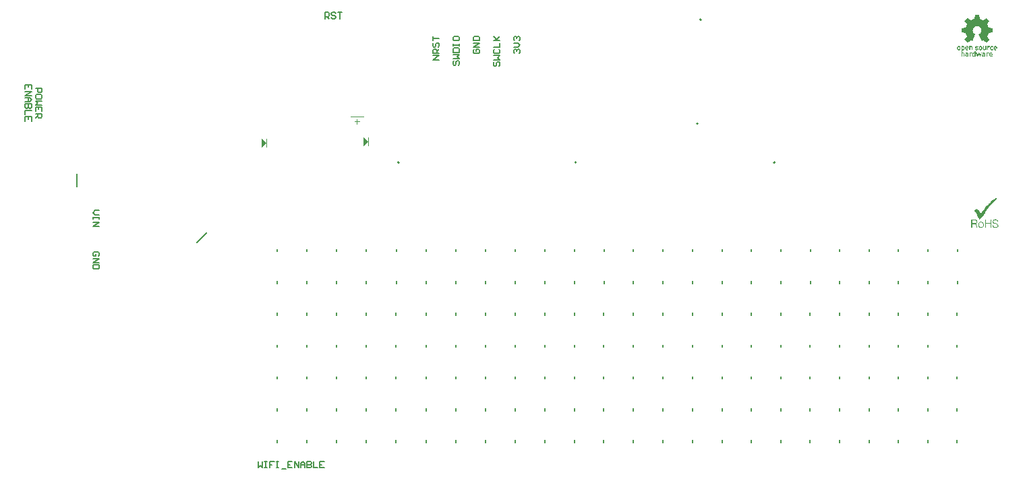
<source format=gto>
G04*
G04 #@! TF.GenerationSoftware,Altium Limited,Altium Designer,22.7.1 (60)*
G04*
G04 Layer_Color=65535*
%FSLAX25Y25*%
%MOIN*%
G70*
G04*
G04 #@! TF.SameCoordinates,EB09720E-E5E6-4C8F-983A-54733B733D7F*
G04*
G04*
G04 #@! TF.FilePolarity,Positive*
G04*
G01*
G75*
%ADD10C,0.00787*%
%ADD11C,0.00394*%
G36*
X123721Y165354D02*
X121358Y162992D01*
Y167717D01*
X123721Y165354D01*
D02*
G37*
G36*
X173913Y166067D02*
X171551Y163705D01*
Y168429D01*
X173913Y166067D01*
D02*
G37*
G36*
X484445Y138126D02*
X484481Y138053D01*
X484554Y137944D01*
X484590Y137908D01*
X484627Y137871D01*
X484663Y137835D01*
Y137798D01*
X484554Y137725D01*
X484481Y137616D01*
X484335Y137507D01*
X484153Y137324D01*
X483898Y137069D01*
X483861Y137033D01*
X483752Y136960D01*
X483606Y136814D01*
X483424Y136595D01*
X482950Y136121D01*
X482403Y135575D01*
Y135538D01*
X482331Y135502D01*
X482112Y135283D01*
X481820Y134919D01*
X481419Y134481D01*
X480945Y133934D01*
X480472Y133315D01*
X479961Y132622D01*
X479451Y131893D01*
Y131857D01*
X479415Y131820D01*
X479342Y131711D01*
X479232Y131565D01*
X479013Y131201D01*
X478758Y130763D01*
X478467Y130253D01*
X478175Y129743D01*
X477884Y129196D01*
X477665Y128686D01*
X475952Y127374D01*
Y127410D01*
X475915Y127483D01*
X475842Y127629D01*
X475733Y127884D01*
X475660Y128066D01*
X475551Y128285D01*
X475441Y128503D01*
X475332Y128795D01*
X475186Y129123D01*
X475004Y129488D01*
Y129524D01*
X474968Y129597D01*
X474931Y129670D01*
X474858Y129816D01*
X474676Y130180D01*
X474457Y130545D01*
X474166Y130946D01*
X473911Y131274D01*
X473765Y131419D01*
X473619Y131492D01*
X473473Y131565D01*
X473327D01*
X473400Y131638D01*
X473473Y131711D01*
X473583Y131820D01*
X473728Y131966D01*
X473947Y132148D01*
X473983Y132185D01*
X474056Y132221D01*
X474166Y132331D01*
X474311Y132440D01*
X474457Y132513D01*
X474640Y132586D01*
X474822Y132622D01*
X474968Y132586D01*
X475040Y132549D01*
X475186Y132476D01*
X475368Y132331D01*
X475587Y132112D01*
X475624Y132076D01*
X475660Y132003D01*
X475733Y131857D01*
X475842Y131675D01*
X476097Y131274D01*
X476316Y130800D01*
Y130763D01*
X476353Y130727D01*
X476462Y130508D01*
X476571Y130326D01*
X476608Y130253D01*
Y130217D01*
X476644Y130253D01*
X476681Y130289D01*
X476754Y130399D01*
X476863Y130617D01*
X477082Y130873D01*
X477337Y131274D01*
X477519Y131492D01*
X477701Y131784D01*
Y131820D01*
X477738Y131857D01*
X477920Y132076D01*
X478139Y132367D01*
X478467Y132805D01*
X478868Y133315D01*
X479378Y133862D01*
X479925Y134481D01*
X480508Y135137D01*
X480544Y135174D01*
X480581Y135210D01*
X480800Y135429D01*
X481128Y135757D01*
X481565Y136121D01*
X482039Y136559D01*
X482622Y137033D01*
X483205Y137470D01*
X483825Y137871D01*
X483861D01*
X483898Y137908D01*
X484007Y137980D01*
X484044Y138017D01*
X484153Y138053D01*
X484299Y138126D01*
X484445Y138163D01*
Y138126D01*
D02*
G37*
G36*
X484299Y127483D02*
X484627Y127374D01*
X484918Y127155D01*
X484991Y127118D01*
X485101Y126936D01*
X485210Y126681D01*
X485283Y126280D01*
X484918D01*
Y126316D01*
Y126353D01*
X484882Y126499D01*
X484809Y126717D01*
X484663Y126936D01*
X484627Y126972D01*
X484481Y127045D01*
X484262Y127118D01*
X483934Y127155D01*
X483679D01*
X483460Y127082D01*
X483242Y127009D01*
X483205Y126972D01*
X483132Y126863D01*
X483060Y126645D01*
X483023Y126389D01*
Y126353D01*
X483060Y126243D01*
X483096Y126098D01*
X483169Y125952D01*
X483205Y125916D01*
X483315Y125879D01*
X483460Y125806D01*
X483679Y125733D01*
X484153Y125587D01*
X484189D01*
X484262Y125551D01*
X484372Y125514D01*
X484517Y125478D01*
X484845Y125332D01*
X485101Y125150D01*
X485137Y125077D01*
X485283Y124931D01*
X485392Y124713D01*
X485429Y124421D01*
Y124385D01*
Y124348D01*
X485392Y124129D01*
X485283Y123838D01*
X485064Y123583D01*
X484991Y123546D01*
X484809Y123437D01*
X484481Y123291D01*
X484044Y123255D01*
X483934D01*
X483788Y123291D01*
X483643D01*
X483278Y123400D01*
X482914Y123619D01*
X482841Y123692D01*
X482731Y123874D01*
X482622Y124166D01*
X482549Y124567D01*
Y124603D01*
X482914D01*
Y124567D01*
Y124530D01*
X482950Y124348D01*
X483023Y124093D01*
X483205Y123874D01*
X483278Y123838D01*
X483424Y123729D01*
X483716Y123619D01*
X484044Y123583D01*
X484117D01*
X484299Y123619D01*
X484517Y123692D01*
X484773Y123801D01*
X484809Y123838D01*
X484918Y123947D01*
X485028Y124129D01*
X485064Y124385D01*
Y124458D01*
X485028Y124567D01*
X484991Y124749D01*
X484882Y124895D01*
X484845Y124931D01*
X484700Y125004D01*
X484445Y125114D01*
X484080Y125223D01*
X483716Y125332D01*
X483679D01*
X483606Y125369D01*
X483351Y125442D01*
X483060Y125551D01*
X482950Y125660D01*
X482841Y125733D01*
X482804Y125770D01*
X482731Y125916D01*
X482658Y126134D01*
X482622Y126426D01*
Y126462D01*
Y126499D01*
X482658Y126717D01*
X482768Y126936D01*
X482987Y127191D01*
X483023D01*
X483060Y127228D01*
X483242Y127374D01*
X483570Y127483D01*
X483934Y127519D01*
X484153D01*
X484299Y127483D01*
D02*
G37*
G36*
X481820Y123364D02*
X481456D01*
Y125296D01*
X479159D01*
Y123364D01*
X478795D01*
Y127410D01*
X479159D01*
Y125660D01*
X481456D01*
Y127410D01*
X481820D01*
Y123364D01*
D02*
G37*
G36*
X473983Y127374D02*
X474093D01*
X474202Y127337D01*
X474311Y127301D01*
X474421Y127228D01*
X474457Y127191D01*
X474567Y127118D01*
X474676Y127009D01*
X474785Y126863D01*
X474822Y126827D01*
X474858Y126717D01*
X474895Y126572D01*
X474931Y126353D01*
Y126280D01*
X474895Y126134D01*
X474858Y125916D01*
X474749Y125697D01*
X474712Y125660D01*
X474603Y125551D01*
X474457Y125442D01*
X474275Y125332D01*
X474311D01*
X474421Y125296D01*
X474640Y125114D01*
Y125077D01*
X474676Y124968D01*
X474712Y124749D01*
X474749Y124421D01*
X474822Y123801D01*
Y123765D01*
Y123656D01*
X474858Y123619D01*
Y123583D01*
X474895Y123510D01*
X474968Y123437D01*
Y123364D01*
X474530D01*
Y123400D01*
Y123473D01*
X474494Y123546D01*
Y123583D01*
X474457Y123656D01*
Y123692D01*
Y123801D01*
X474421Y124312D01*
Y124348D01*
Y124385D01*
X474384Y124603D01*
X474311Y124858D01*
X474202Y125041D01*
X474166Y125077D01*
X474093Y125114D01*
X473911Y125150D01*
X472416D01*
Y123364D01*
X472052D01*
Y127410D01*
X473911D01*
X473983Y127374D01*
D02*
G37*
G36*
X477009Y126316D02*
X477155D01*
X477483Y126171D01*
X477628Y126098D01*
X477774Y125952D01*
Y125916D01*
X477811Y125879D01*
X477884Y125770D01*
X477956Y125660D01*
X478066Y125296D01*
X478102Y124822D01*
Y124785D01*
Y124713D01*
Y124567D01*
X478066Y124421D01*
X477956Y124056D01*
X477774Y123692D01*
X477701Y123619D01*
X477519Y123510D01*
X477191Y123364D01*
X477009Y123328D01*
X476790Y123291D01*
X476681D01*
X476571Y123328D01*
X476426D01*
X476097Y123473D01*
X475952Y123546D01*
X475806Y123692D01*
Y123729D01*
X475733Y123765D01*
X475624Y123984D01*
X475514Y124348D01*
X475441Y124822D01*
Y124858D01*
Y124931D01*
X475478Y125077D01*
Y125223D01*
X475587Y125624D01*
X475806Y125952D01*
Y125988D01*
X475879Y126025D01*
X476061Y126171D01*
X476353Y126280D01*
X476571Y126353D01*
X476899D01*
X477009Y126316D01*
D02*
G37*
G36*
X475922Y228659D02*
Y228586D01*
X476323Y226654D01*
Y226618D01*
X476360Y226581D01*
X476396Y226545D01*
X477708Y225998D01*
X477818D01*
X479458Y227164D01*
X479531D01*
X479604Y227128D01*
X480989Y225779D01*
Y225743D01*
Y225706D01*
Y225670D01*
Y225634D01*
X479895Y223993D01*
Y223920D01*
Y223884D01*
Y223848D01*
X480478Y222499D01*
Y222462D01*
X480515Y222426D01*
X480588D01*
X482447Y222098D01*
X482483D01*
X482520Y222061D01*
Y221989D01*
Y220057D01*
Y220020D01*
X482483Y219984D01*
X482447Y219947D01*
X480624Y219583D01*
X480588D01*
X480551Y219546D01*
Y219474D01*
X479932Y218052D01*
Y218016D01*
Y217979D01*
Y217943D01*
Y217906D01*
X480989Y216375D01*
Y216302D01*
Y216266D01*
X479604Y214881D01*
X479567Y214844D01*
X479531D01*
X479458Y214881D01*
X477963Y215901D01*
X477818D01*
X477198Y215537D01*
X477125D01*
X477089Y215573D01*
X475703Y218890D01*
Y218927D01*
X475740Y219036D01*
X475922Y219109D01*
X475959Y219145D01*
X475995Y219182D01*
X476031Y219218D01*
X476068Y219255D01*
X476177Y219328D01*
X476360Y219474D01*
X476542Y219656D01*
X476688Y219911D01*
X476870Y220202D01*
X476979Y220567D01*
X477016Y220968D01*
Y221004D01*
Y221114D01*
X476979Y221296D01*
X476943Y221515D01*
X476870Y221733D01*
X476760Y221989D01*
X476615Y222244D01*
X476396Y222499D01*
X476360Y222535D01*
X476287Y222608D01*
X476141Y222717D01*
X475959Y222827D01*
X475740Y222936D01*
X475485Y223046D01*
X475193Y223118D01*
X474865Y223155D01*
X474719D01*
X474537Y223118D01*
X474355Y223082D01*
X474100Y223009D01*
X473844Y222863D01*
X473589Y222717D01*
X473334Y222499D01*
X473298Y222462D01*
X473225Y222390D01*
X473152Y222244D01*
X473043Y222061D01*
X472897Y221843D01*
X472824Y221588D01*
X472751Y221296D01*
X472715Y220968D01*
Y220932D01*
Y220786D01*
X472751Y220567D01*
X472824Y220312D01*
X472970Y220020D01*
X473115Y219729D01*
X473371Y219474D01*
X473699Y219218D01*
X473735Y219182D01*
X473772Y219145D01*
X473808D01*
Y219109D01*
X473990Y219036D01*
X474027Y219000D01*
Y218890D01*
X472678Y215573D01*
X472642D01*
X472532Y215537D01*
X471876Y215901D01*
X471767D01*
X470272Y214881D01*
X470236Y214844D01*
X470199D01*
X470127Y214881D01*
X468705Y216266D01*
Y216302D01*
Y216339D01*
Y216375D01*
X469799Y217906D01*
Y217943D01*
Y217979D01*
Y218016D01*
Y218052D01*
X469179Y219474D01*
Y219510D01*
Y219546D01*
X469142Y219583D01*
X469106D01*
X467283Y219947D01*
X467247D01*
X467211Y219984D01*
Y220057D01*
Y221989D01*
Y222025D01*
Y222061D01*
X467247Y222098D01*
X467283D01*
X469142Y222426D01*
X469179D01*
X469288Y222499D01*
X469835Y223848D01*
Y223884D01*
Y223920D01*
Y223957D01*
Y223993D01*
X468705Y225634D01*
Y225670D01*
Y225706D01*
Y225743D01*
Y225779D01*
X470127Y227128D01*
X470163Y227164D01*
X470272D01*
X471876Y225998D01*
X472022D01*
X473334Y226545D01*
X473371D01*
X473407Y226581D01*
Y226654D01*
X473808Y228586D01*
Y228622D01*
Y228659D01*
X473844Y228695D01*
X475886D01*
X475922Y228659D01*
D02*
G37*
G36*
X481171Y213204D02*
X481317Y213131D01*
X480989Y212730D01*
Y212767D01*
X480916Y212803D01*
X480843Y212840D01*
X480770Y212876D01*
X480697D01*
X480588Y212840D01*
X480442Y212694D01*
X480406Y212584D01*
X480369Y212439D01*
Y211199D01*
X479932D01*
Y213277D01*
X480369D01*
Y213022D01*
X480406Y213058D01*
X480478Y213168D01*
X480661Y213241D01*
X480916Y213277D01*
X481025D01*
X481171Y213204D01*
D02*
G37*
G36*
X472350D02*
X472459Y213095D01*
X472569Y212985D01*
X472642Y212803D01*
X472678Y212548D01*
Y211199D01*
X472277D01*
Y212439D01*
Y212475D01*
Y212511D01*
X472241Y212657D01*
X472095Y212803D01*
X471986Y212876D01*
X471767D01*
X471658Y212840D01*
X471512Y212694D01*
X471475Y212584D01*
X471439Y212439D01*
Y211199D01*
X471001D01*
Y213277D01*
X471439D01*
Y213022D01*
X471475Y213058D01*
X471548Y213168D01*
X471730Y213241D01*
X471986Y213277D01*
X472095D01*
X472350Y213204D01*
D02*
G37*
G36*
X468158Y213241D02*
X468377Y213168D01*
X468559Y213022D01*
X468596Y212985D01*
X468632Y212840D01*
X468669Y212584D01*
Y212220D01*
Y212183D01*
Y212111D01*
Y211892D01*
X468632Y211637D01*
X468596Y211527D01*
X468559Y211455D01*
X468523Y211418D01*
X468377Y211309D01*
X468195Y211199D01*
X467976Y211163D01*
X467940D01*
X467830Y211199D01*
X467648Y211272D01*
X467429Y211382D01*
Y209778D01*
X467466Y209814D01*
X467539Y209887D01*
X467721Y209960D01*
X467976Y209997D01*
X468085D01*
X468341Y209924D01*
X468450Y209814D01*
X468559Y209705D01*
X468632Y209523D01*
X468669Y209304D01*
Y207955D01*
X468268D01*
Y209158D01*
Y209195D01*
Y209231D01*
X468231Y209413D01*
X468085Y209559D01*
X467976Y209595D01*
X467830Y209632D01*
X467757D01*
X467648Y209559D01*
X467502Y209450D01*
X467466Y209304D01*
X467429Y209158D01*
Y207955D01*
X467065D01*
Y213277D01*
X467429D01*
Y213022D01*
X467466Y213058D01*
X467575Y213168D01*
X467757Y213241D01*
X467976Y213277D01*
X468049D01*
X468158Y213241D01*
D02*
G37*
G36*
X474974D02*
X475230Y213168D01*
X475485Y212985D01*
X475230Y212694D01*
X475157Y212730D01*
X475011Y212803D01*
X474829Y212840D01*
X474683Y212876D01*
X474610D01*
X474501Y212840D01*
X474391Y212803D01*
X474318Y212657D01*
Y212621D01*
X474355Y212584D01*
X474428Y212511D01*
X474574Y212475D01*
X474974Y212439D01*
X475011D01*
X475084Y212402D01*
X475266Y212329D01*
X475485Y212147D01*
X475521Y212001D01*
X475558Y211819D01*
Y211783D01*
Y211710D01*
X475521Y211600D01*
X475448Y211491D01*
X475339Y211382D01*
X475193Y211272D01*
X474974Y211199D01*
X474683Y211163D01*
X474610D01*
X474391Y211199D01*
X474100Y211309D01*
X473808Y211527D01*
X474063Y211819D01*
X474100Y211783D01*
X474246Y211673D01*
X474464Y211564D01*
X474719Y211527D01*
X474792D01*
X474938Y211564D01*
X475084Y211637D01*
X475157Y211710D01*
Y211819D01*
Y211855D01*
X475120Y211892D01*
X475047Y211965D01*
X474865Y212038D01*
X474464D01*
X474428Y212074D01*
X474209Y212147D01*
X474027Y212329D01*
X473954Y212475D01*
X473917Y212657D01*
Y212694D01*
Y212767D01*
X474027Y212985D01*
X474100Y213095D01*
X474246Y213168D01*
X474428Y213241D01*
X474683Y213277D01*
X474756D01*
X474974Y213241D01*
D02*
G37*
G36*
X482483D02*
X482702Y213131D01*
X482957Y212949D01*
X482629Y212657D01*
X482592Y212694D01*
X482520Y212767D01*
X482410Y212840D01*
X482228Y212876D01*
X482155D01*
X481973Y212803D01*
X481863Y212730D01*
X481754Y212584D01*
X481718Y212439D01*
X481681Y212220D01*
Y212183D01*
Y212111D01*
X481754Y211928D01*
X481827Y211783D01*
X481900Y211710D01*
X482046Y211637D01*
X482228Y211600D01*
X482265D01*
X482374Y211637D01*
X482483Y211710D01*
X482629Y211819D01*
X482957Y211527D01*
X482921Y211455D01*
X482775Y211345D01*
X482520Y211236D01*
X482228Y211163D01*
X482082D01*
X481936Y211236D01*
X481754Y211309D01*
X481572Y211418D01*
X481426Y211600D01*
X481317Y211855D01*
X481280Y212220D01*
Y212256D01*
Y212402D01*
X481317Y212548D01*
X481390Y212767D01*
X481499Y212949D01*
X481681Y213131D01*
X481900Y213241D01*
X482228Y213277D01*
X482301D01*
X482483Y213241D01*
D02*
G37*
G36*
X479458Y211199D02*
X479057D01*
Y211382D01*
X479020Y211345D01*
X478911Y211272D01*
X478729Y211199D01*
X478547Y211163D01*
X478437D01*
X478182Y211236D01*
X478036Y211345D01*
X477927Y211455D01*
X477854Y211637D01*
X477818Y211855D01*
Y213277D01*
X478255D01*
Y212038D01*
Y211965D01*
X478328Y211819D01*
X478437Y211673D01*
X478547Y211637D01*
X478692Y211600D01*
X478765D01*
X478875Y211673D01*
X478984Y211783D01*
X479057Y211892D01*
Y212038D01*
Y213277D01*
X479458D01*
Y211199D01*
D02*
G37*
G36*
X484160Y213241D02*
X484342Y213168D01*
X484488Y213058D01*
X484634Y212913D01*
X484743Y212730D01*
X484780Y212439D01*
Y212038D01*
X483467D01*
Y212001D01*
Y211965D01*
X483540Y211783D01*
X483686Y211600D01*
X483795Y211564D01*
X483978Y211527D01*
X484014D01*
X484123Y211564D01*
X484269Y211637D01*
X484379Y211783D01*
X484707Y211491D01*
X484634Y211455D01*
X484488Y211345D01*
X484269Y211199D01*
X483978Y211163D01*
X483832D01*
X483686Y211236D01*
X483504Y211309D01*
X483322Y211418D01*
X483176Y211600D01*
X483066Y211855D01*
X483030Y212220D01*
Y212256D01*
Y212402D01*
X483066Y212548D01*
X483139Y212767D01*
X483249Y212949D01*
X483394Y213131D01*
X483577Y213241D01*
X483868Y213277D01*
X484014D01*
X484160Y213241D01*
D02*
G37*
G36*
X476870D02*
X477052Y213168D01*
X477234Y213022D01*
X477271Y212985D01*
X477344Y212840D01*
X477417Y212584D01*
X477453Y212220D01*
Y212183D01*
Y212147D01*
X477417Y211928D01*
X477380Y211673D01*
X477234Y211455D01*
X477198Y211418D01*
X477089Y211309D01*
X476906Y211199D01*
X476615Y211163D01*
X476542D01*
X476396Y211199D01*
X476214Y211272D01*
X475995Y211455D01*
X475959Y211491D01*
X475886Y211637D01*
X475813Y211892D01*
X475776Y212220D01*
Y212256D01*
Y212293D01*
X475813Y212511D01*
X475886Y212803D01*
X475995Y213022D01*
X476031Y213058D01*
X476141Y213168D01*
X476360Y213241D01*
X476615Y213277D01*
X476688D01*
X476870Y213241D01*
D02*
G37*
G36*
X470090D02*
X470236Y213168D01*
X470382Y213058D01*
X470528Y212913D01*
X470637Y212730D01*
X470673Y212439D01*
Y212038D01*
X469361D01*
Y212001D01*
Y211965D01*
X469434Y211783D01*
X469580Y211600D01*
X469689Y211564D01*
X469835Y211527D01*
X469908D01*
X470017Y211564D01*
X470163Y211637D01*
X470309Y211783D01*
X470637Y211491D01*
X470564Y211455D01*
X470418Y211345D01*
X470163Y211199D01*
X469872Y211163D01*
X469726D01*
X469580Y211236D01*
X469434Y211309D01*
X469252Y211418D01*
X469106Y211600D01*
X468997Y211855D01*
X468960Y212220D01*
Y212256D01*
Y212402D01*
X468997Y212548D01*
X469070Y212767D01*
X469179Y212949D01*
X469325Y213131D01*
X469507Y213241D01*
X469799Y213277D01*
X469944D01*
X470090Y213241D01*
D02*
G37*
G36*
X466117D02*
X466299Y213168D01*
X466445Y213022D01*
X466482Y212985D01*
X466554Y212840D01*
X466627Y212584D01*
X466664Y212220D01*
Y212183D01*
Y212147D01*
X466627Y211928D01*
X466591Y211673D01*
X466445Y211455D01*
X466409Y211418D01*
X466299Y211309D01*
X466117Y211199D01*
X465862Y211163D01*
X465789D01*
X465643Y211199D01*
X465425Y211272D01*
X465206Y211455D01*
X465169Y211491D01*
X465133Y211637D01*
X465060Y211892D01*
X465024Y212220D01*
Y212256D01*
Y212293D01*
X465060Y212511D01*
X465097Y212767D01*
X465206Y213022D01*
X465242Y213058D01*
X465388Y213168D01*
X465570Y213241D01*
X465862Y213277D01*
X465935D01*
X466117Y213241D01*
D02*
G37*
G36*
X480661Y209924D02*
X480806Y209851D01*
X480478Y209486D01*
X480442Y209523D01*
X480406Y209559D01*
X480296Y209595D01*
X480223Y209632D01*
X480150D01*
X480041Y209559D01*
X479895Y209450D01*
X479859Y209304D01*
X479822Y209158D01*
Y207955D01*
X479421D01*
Y209997D01*
X479822D01*
Y209778D01*
X479859Y209814D01*
X479968Y209887D01*
X480150Y209960D01*
X480406Y209997D01*
X480515D01*
X480661Y209924D01*
D02*
G37*
G36*
X474136Y207955D02*
X473699D01*
Y208137D01*
X473662Y208101D01*
X473553Y208028D01*
X473407Y207955D01*
X473188Y207919D01*
X473115D01*
X472970Y207955D01*
X472788Y208028D01*
X472642Y208174D01*
X472605Y208210D01*
X472569Y208320D01*
X472532Y208429D01*
Y208575D01*
X472496Y208757D01*
Y208976D01*
Y209012D01*
Y209085D01*
X472532Y209340D01*
X472569Y209595D01*
X472605Y209705D01*
X472642Y209778D01*
X472678Y209814D01*
X472751Y209887D01*
X472933Y209960D01*
X473188Y209997D01*
X473225D01*
X473371Y209960D01*
X473517Y209924D01*
X473699Y209778D01*
Y210835D01*
X474136D01*
Y207955D01*
D02*
G37*
G36*
X472314Y209924D02*
X472496Y209851D01*
X472168Y209486D01*
X472131Y209523D01*
X472095Y209559D01*
X471986Y209595D01*
X471876Y209632D01*
X471803D01*
X471694Y209559D01*
X471585Y209450D01*
X471512Y209304D01*
Y209158D01*
Y207955D01*
X471111D01*
Y209997D01*
X471512D01*
Y209778D01*
X471548Y209814D01*
X471658Y209887D01*
X471803Y209960D01*
X472022Y209997D01*
X472168D01*
X472314Y209924D01*
D02*
G37*
G36*
X476615Y207955D02*
X476250D01*
X475776Y209413D01*
X475375Y207955D01*
X475011D01*
X474355Y209997D01*
X474756D01*
X475193Y208575D01*
X475667Y209997D01*
X475995D01*
X476433Y208575D01*
X476833Y209997D01*
X477271D01*
X476615Y207955D01*
D02*
G37*
G36*
X478364Y209960D02*
X478547Y209924D01*
X478692Y209851D01*
X478802Y209705D01*
X478911Y209559D01*
X478947Y209340D01*
Y207955D01*
X478547D01*
Y208137D01*
X478510Y208101D01*
X478437Y208028D01*
X478255Y207955D01*
X478036Y207919D01*
X477927D01*
X477672Y207992D01*
X477526Y208065D01*
X477380Y208210D01*
X477307Y208356D01*
X477271Y208575D01*
Y208611D01*
Y208684D01*
X477344Y208867D01*
X477453Y208976D01*
X477562Y209085D01*
X477745Y209122D01*
X477963Y209158D01*
X478547D01*
Y209340D01*
Y209377D01*
X478510Y209486D01*
X478364Y209595D01*
X478255Y209632D01*
X477963D01*
X477818Y209559D01*
X477745Y209486D01*
X477417Y209741D01*
X477453Y209778D01*
X477562Y209887D01*
X477781Y209960D01*
X477927Y209997D01*
X478255D01*
X478364Y209960D01*
D02*
G37*
G36*
X470054D02*
X470199Y209924D01*
X470345Y209851D01*
X470491Y209705D01*
X470601Y209559D01*
X470637Y209340D01*
Y207955D01*
X470199D01*
Y208137D01*
X470163Y208101D01*
X470090Y208028D01*
X469944Y207955D01*
X469689Y207919D01*
X469580D01*
X469325Y207992D01*
X469179Y208065D01*
X469070Y208210D01*
X468997Y208356D01*
X468960Y208575D01*
Y208611D01*
Y208684D01*
X469033Y208867D01*
X469142Y208976D01*
X469252Y209085D01*
X469434Y209122D01*
X469653Y209158D01*
X470199D01*
Y209340D01*
Y209377D01*
X470163Y209486D01*
X470017Y209595D01*
X469944Y209632D01*
X469653D01*
X469507Y209559D01*
X469361Y209486D01*
X469070Y209741D01*
X469106Y209778D01*
X469252Y209887D01*
X469471Y209960D01*
X469762Y209997D01*
X469908D01*
X470054Y209960D01*
D02*
G37*
G36*
X481936D02*
X482082Y209887D01*
X482228Y209778D01*
X482374Y209632D01*
X482483Y209450D01*
X482520Y209158D01*
Y208794D01*
X481244D01*
Y208757D01*
Y208721D01*
X481317Y208539D01*
X481426Y208356D01*
X481535Y208320D01*
X481681Y208283D01*
X481754D01*
X481863Y208320D01*
X482009Y208393D01*
X482155Y208502D01*
X482483Y208247D01*
X482410Y208210D01*
X482265Y208101D01*
X482046Y207955D01*
X481754Y207919D01*
X481608D01*
X481463Y207992D01*
X481280Y208065D01*
X481098Y208174D01*
X480952Y208356D01*
X480843Y208611D01*
X480806Y208976D01*
Y209012D01*
Y209122D01*
X480843Y209304D01*
X480916Y209486D01*
X481025Y209668D01*
X481171Y209851D01*
X481353Y209960D01*
X481645Y209997D01*
X481791D01*
X481936Y209960D01*
D02*
G37*
%LPC*%
G36*
X473692Y127082D02*
X472416D01*
Y125514D01*
X473583D01*
X473801Y125551D01*
X474056Y125587D01*
X474311Y125697D01*
X474348Y125733D01*
X474421Y125843D01*
X474494Y126025D01*
X474530Y126316D01*
Y126353D01*
Y126426D01*
X474494Y126535D01*
X474457Y126681D01*
Y126717D01*
X474421Y126754D01*
X474239Y126936D01*
X474202D01*
X474166Y126972D01*
X473947Y127009D01*
X473911D01*
X473838Y127045D01*
X473692Y127082D01*
D02*
G37*
G36*
X476790Y126061D02*
X476717D01*
X476535Y126025D01*
X476280Y125916D01*
X476061Y125733D01*
X476025Y125660D01*
X475952Y125514D01*
X475842Y125223D01*
X475806Y124822D01*
Y124785D01*
Y124713D01*
X475842Y124494D01*
X475915Y124202D01*
X476061Y123911D01*
X476097Y123874D01*
X476243Y123765D01*
X476462Y123619D01*
X476790Y123583D01*
X476863D01*
X477045Y123619D01*
X477300Y123729D01*
X477483Y123911D01*
X477519Y123984D01*
X477628Y124166D01*
X477738Y124458D01*
X477774Y124822D01*
Y124858D01*
Y124931D01*
X477738Y125187D01*
X477665Y125478D01*
X477483Y125733D01*
X477446Y125770D01*
X477300Y125916D01*
X477082Y126025D01*
X476790Y126061D01*
D02*
G37*
G36*
X467830Y212876D02*
X467757D01*
X467648Y212803D01*
X467575Y212730D01*
X467502Y212584D01*
X467466Y212439D01*
X467429Y212220D01*
Y212183D01*
Y212111D01*
X467466Y211928D01*
X467612Y211710D01*
X467685Y211637D01*
X467830Y211600D01*
X467903D01*
X468049Y211673D01*
X468122Y211746D01*
X468195Y211855D01*
X468268Y212001D01*
Y212220D01*
Y212256D01*
Y212329D01*
X468231Y212548D01*
X468085Y212767D01*
X467976Y212840D01*
X467830Y212876D01*
D02*
G37*
G36*
X484014D02*
X483795D01*
X483686Y212840D01*
X483540Y212694D01*
X483504Y212584D01*
X483467Y212439D01*
X484342D01*
Y212475D01*
Y212511D01*
X484269Y212657D01*
X484123Y212803D01*
X484014Y212876D01*
D02*
G37*
G36*
X476615D02*
X476578D01*
X476505Y212840D01*
X476396Y212803D01*
X476323Y212694D01*
X476287Y212621D01*
X476250Y212475D01*
X476214Y212220D01*
Y212147D01*
Y212038D01*
X476250Y211855D01*
X476323Y211710D01*
X476360Y211673D01*
X476469Y211637D01*
X476615Y211600D01*
X476760D01*
X476870Y211637D01*
X476943Y211710D01*
X476979Y211746D01*
X477016Y211819D01*
X477052Y212001D01*
Y212220D01*
Y212256D01*
Y212293D01*
Y212439D01*
X477016Y212584D01*
X476943Y212694D01*
Y212730D01*
X476870Y212803D01*
X476760Y212840D01*
X476615Y212876D01*
D02*
G37*
G36*
X469944D02*
X469726D01*
X469580Y212840D01*
X469434Y212694D01*
X469398Y212584D01*
X469361Y212439D01*
X470272D01*
Y212475D01*
Y212511D01*
X470199Y212657D01*
X470054Y212803D01*
X469944Y212876D01*
D02*
G37*
G36*
X465862D02*
X465826D01*
X465716Y212840D01*
X465607Y212803D01*
X465497Y212694D01*
Y212657D01*
X465461Y212584D01*
X465425Y212439D01*
X465388Y212220D01*
Y212183D01*
Y212038D01*
X465425Y211892D01*
X465497Y211710D01*
X465570Y211673D01*
X465680Y211637D01*
X465862Y211600D01*
X465971D01*
X466081Y211637D01*
X466154Y211710D01*
X466190Y211746D01*
X466226Y211819D01*
X466263Y212001D01*
Y212220D01*
Y212256D01*
Y212293D01*
Y212439D01*
X466226Y212584D01*
X466154Y212694D01*
Y212730D01*
X466081Y212803D01*
X466008Y212840D01*
X465862Y212876D01*
D02*
G37*
G36*
X473334Y209632D02*
X473261D01*
X473115Y209559D01*
X473043Y209486D01*
X472970Y209340D01*
X472933Y209195D01*
X472897Y208976D01*
Y208939D01*
Y208867D01*
X472970Y208648D01*
X473079Y208429D01*
X473188Y208356D01*
X473334Y208320D01*
X473407D01*
X473517Y208393D01*
X473589Y208466D01*
X473626Y208611D01*
X473699Y208757D01*
Y208976D01*
Y209012D01*
Y209085D01*
X473662Y209304D01*
X473553Y209523D01*
X473444Y209595D01*
X473334Y209632D01*
D02*
G37*
G36*
X478547Y208794D02*
X478000D01*
X477890Y208757D01*
X477781Y208721D01*
X477708Y208575D01*
Y208539D01*
X477745Y208429D01*
X477854Y208320D01*
X478073Y208283D01*
X478146D01*
X478328Y208320D01*
X478474Y208429D01*
X478510Y208539D01*
X478547Y208648D01*
Y208794D01*
D02*
G37*
G36*
X470199D02*
X469653D01*
X469543Y208757D01*
X469398Y208721D01*
X469361Y208575D01*
Y208539D01*
X469398Y208429D01*
X469543Y208320D01*
X469616Y208283D01*
X469835D01*
X469981Y208320D01*
X470127Y208429D01*
X470199Y208539D01*
Y208648D01*
Y208794D01*
D02*
G37*
G36*
X481645Y209632D02*
X481572D01*
X481463Y209559D01*
X481317Y209450D01*
X481280Y209304D01*
X481244Y209158D01*
X482119D01*
Y209195D01*
Y209231D01*
X482046Y209413D01*
X481900Y209559D01*
X481791Y209595D01*
X481645Y209632D01*
D02*
G37*
%LPD*%
D10*
X338583Y226279D02*
G03*
X338583Y226279I-394J0D01*
G01*
X336988Y174843D02*
G03*
X336988Y174843I-394J0D01*
G01*
X189213Y155646D02*
G03*
X189213Y155646I-394J0D01*
G01*
X375047Y155646D02*
G03*
X375047Y155646I-394J0D01*
G01*
X276864D02*
G03*
X276864Y155646I-394J0D01*
G01*
X128839Y111516D02*
Y112697D01*
Y95768D02*
Y96949D01*
Y80020D02*
Y81201D01*
Y64272D02*
Y65453D01*
Y48524D02*
Y49705D01*
Y32776D02*
Y33957D01*
Y17028D02*
Y18209D01*
X143565Y111516D02*
Y112697D01*
Y95768D02*
Y96949D01*
X143551Y80020D02*
Y81201D01*
Y64272D02*
Y65453D01*
Y48524D02*
Y49705D01*
Y32776D02*
Y33957D01*
Y17028D02*
Y18209D01*
X158291Y111516D02*
Y112697D01*
Y95768D02*
Y96949D01*
X158263Y80020D02*
Y81201D01*
Y64272D02*
Y65453D01*
Y48524D02*
Y49705D01*
Y32776D02*
Y33957D01*
Y17028D02*
Y18209D01*
X173017Y111516D02*
Y112697D01*
Y95768D02*
Y96949D01*
X172976Y80020D02*
Y81201D01*
Y64272D02*
Y65453D01*
Y48524D02*
Y49705D01*
Y32776D02*
Y33957D01*
Y17028D02*
Y18209D01*
X187744Y111516D02*
Y112697D01*
Y95768D02*
Y96949D01*
X187688Y80020D02*
Y81201D01*
Y64272D02*
Y65453D01*
Y48524D02*
Y49705D01*
Y32776D02*
Y33957D01*
Y17028D02*
Y18209D01*
X202470Y111516D02*
Y112697D01*
Y95768D02*
Y96949D01*
X202401Y80020D02*
Y81201D01*
Y64272D02*
Y65453D01*
Y48524D02*
Y49705D01*
Y32776D02*
Y33957D01*
Y17028D02*
Y18209D01*
X217196Y111516D02*
Y112697D01*
Y95768D02*
Y96949D01*
X217113Y80020D02*
Y81201D01*
Y64272D02*
Y65453D01*
Y48524D02*
Y49705D01*
Y32776D02*
Y33957D01*
Y17028D02*
Y18209D01*
X231923Y111516D02*
Y112697D01*
Y95768D02*
Y96949D01*
X231825Y80020D02*
Y81201D01*
Y64272D02*
Y65453D01*
Y48524D02*
Y49705D01*
Y32776D02*
Y33957D01*
Y17028D02*
Y18209D01*
X246550Y111516D02*
Y112697D01*
Y95768D02*
Y96949D01*
X246538Y80020D02*
Y81201D01*
Y64272D02*
Y65453D01*
Y48524D02*
Y49705D01*
Y32776D02*
Y33957D01*
Y17028D02*
Y18209D01*
X261178Y111516D02*
Y112697D01*
Y95768D02*
Y96949D01*
X261152Y80020D02*
Y81201D01*
Y64272D02*
Y65453D01*
Y48524D02*
Y49705D01*
Y32776D02*
Y33957D01*
Y17028D02*
Y18209D01*
X275806Y111516D02*
Y112697D01*
Y95768D02*
Y96949D01*
X275766Y80020D02*
Y81201D01*
Y64272D02*
Y65453D01*
Y48524D02*
Y49705D01*
Y32776D02*
Y33957D01*
Y17028D02*
Y18209D01*
X290434Y111516D02*
Y112697D01*
Y95768D02*
Y96949D01*
X290380Y80020D02*
Y81201D01*
Y64272D02*
Y65453D01*
Y48524D02*
Y49705D01*
Y32776D02*
Y33957D01*
Y17028D02*
Y18209D01*
X305062Y111516D02*
Y112697D01*
Y95768D02*
Y96949D01*
X304994Y80020D02*
Y81201D01*
Y64272D02*
Y65453D01*
Y48524D02*
Y49705D01*
Y32776D02*
Y33957D01*
Y17028D02*
Y18209D01*
X319689Y111516D02*
Y112697D01*
Y95768D02*
Y96949D01*
X319608Y80020D02*
Y81201D01*
Y64272D02*
Y65453D01*
Y48524D02*
Y49705D01*
Y32776D02*
Y33957D01*
Y17028D02*
Y18209D01*
X334317Y111516D02*
Y112697D01*
Y95768D02*
Y96949D01*
X334222Y80020D02*
Y81201D01*
Y64272D02*
Y65453D01*
Y48524D02*
Y49705D01*
Y32776D02*
Y33957D01*
Y17028D02*
Y18209D01*
X348847Y111516D02*
Y112697D01*
Y95768D02*
Y96949D01*
X348836Y80020D02*
Y81201D01*
Y64272D02*
Y65453D01*
Y48524D02*
Y49705D01*
Y32776D02*
Y33957D01*
Y17028D02*
Y18209D01*
X363376Y111516D02*
Y112697D01*
Y95768D02*
Y96949D01*
X363351Y80020D02*
Y81201D01*
Y64272D02*
Y65453D01*
Y48524D02*
Y49705D01*
Y32776D02*
Y33957D01*
Y17028D02*
Y18209D01*
X377906Y111516D02*
Y112697D01*
Y95768D02*
Y96949D01*
X377867Y80020D02*
Y81201D01*
Y64272D02*
Y65453D01*
Y48524D02*
Y49705D01*
Y32776D02*
Y33957D01*
Y17028D02*
Y18209D01*
X392435Y111516D02*
Y112697D01*
Y95768D02*
Y96949D01*
X392382Y80020D02*
Y81201D01*
Y64272D02*
Y65453D01*
Y48524D02*
Y49705D01*
Y32776D02*
Y33957D01*
Y17028D02*
Y18209D01*
X406964Y111516D02*
Y112697D01*
Y95768D02*
Y96949D01*
X406898Y80020D02*
Y81201D01*
Y64272D02*
Y65453D01*
Y48524D02*
Y49705D01*
Y32776D02*
Y33957D01*
Y17028D02*
Y18209D01*
X421494Y111516D02*
Y112697D01*
Y95768D02*
Y96949D01*
X421413Y80020D02*
Y81201D01*
Y64272D02*
Y65453D01*
Y48524D02*
Y49705D01*
Y32776D02*
Y33957D01*
Y17028D02*
Y18209D01*
X436023Y111516D02*
Y112697D01*
Y95768D02*
Y96949D01*
X435929Y80020D02*
Y81201D01*
Y64272D02*
Y65453D01*
Y48524D02*
Y49705D01*
Y32776D02*
Y33957D01*
Y17028D02*
Y18209D01*
X450553Y111516D02*
Y112697D01*
Y95768D02*
Y96949D01*
X450444Y80020D02*
Y81201D01*
Y64272D02*
Y65453D01*
Y48524D02*
Y49705D01*
Y32776D02*
Y33957D01*
Y17028D02*
Y18209D01*
X465082Y111516D02*
Y112697D01*
Y95768D02*
Y96949D01*
X464960Y80020D02*
Y81201D01*
Y64272D02*
Y65453D01*
Y48524D02*
Y49705D01*
Y32776D02*
Y33957D01*
Y17028D02*
Y18209D01*
X29845Y143799D02*
Y149902D01*
X89358Y116154D02*
X94279Y121075D01*
X152495Y226772D02*
Y229921D01*
X154069D01*
X154594Y229396D01*
Y228346D01*
X154069Y227822D01*
X152495D01*
X153544D02*
X154594Y226772D01*
X157742Y229396D02*
X157218Y229921D01*
X156168D01*
X155643Y229396D01*
Y228871D01*
X156168Y228346D01*
X157218D01*
X157742Y227822D01*
Y227297D01*
X157218Y226772D01*
X156168D01*
X155643Y227297D01*
X158792Y229921D02*
X160891D01*
X159842D01*
Y226772D01*
X7480Y191861D02*
Y193960D01*
X4331D01*
Y191861D01*
X5906Y193960D02*
Y192911D01*
X4331Y190812D02*
X7480D01*
X4331Y188713D01*
X7480D01*
X4331Y187663D02*
X6430D01*
X7480Y186614D01*
X6430Y185564D01*
X4331D01*
X5906D01*
Y187663D01*
X7480Y184515D02*
X4331D01*
Y182940D01*
X4856Y182415D01*
X5381D01*
X5906Y182940D01*
Y184515D01*
Y182940D01*
X6430Y182415D01*
X6955D01*
X7480Y182940D01*
Y184515D01*
Y181366D02*
X4331D01*
Y179267D01*
X7480Y176118D02*
Y178217D01*
X4331D01*
Y176118D01*
X5906Y178217D02*
Y177168D01*
X40420Y109186D02*
X40944Y109710D01*
Y110760D01*
X40420Y111285D01*
X38320D01*
X37796Y110760D01*
Y109710D01*
X38320Y109186D01*
X39370D01*
Y110235D01*
X37796Y108136D02*
X40944D01*
X37796Y106037D01*
X40944D01*
Y104988D02*
X37796D01*
Y103413D01*
X38320Y102889D01*
X40420D01*
X40944Y103413D01*
Y104988D01*
X40944Y131888D02*
X38845D01*
X37796Y130839D01*
X38845Y129789D01*
X40944D01*
Y128740D02*
Y127690D01*
Y128215D01*
X37796D01*
Y128740D01*
Y127690D01*
Y126116D02*
X40944D01*
X37796Y124017D01*
X40944D01*
X9449Y192386D02*
X12598D01*
Y190812D01*
X12073Y190287D01*
X11024D01*
X10499Y190812D01*
Y192386D01*
X12598Y187663D02*
Y188713D01*
X12073Y189237D01*
X9974D01*
X9449Y188713D01*
Y187663D01*
X9974Y187138D01*
X12073D01*
X12598Y187663D01*
Y186089D02*
X9449D01*
X10499Y185039D01*
X9449Y183990D01*
X12598D01*
Y180841D02*
Y182940D01*
X9449D01*
Y180841D01*
X11024Y182940D02*
Y181891D01*
X9449Y179792D02*
X12598D01*
Y178217D01*
X12073Y177693D01*
X11024D01*
X10499Y178217D01*
Y179792D01*
Y178742D02*
X9449Y177693D01*
X119559Y7742D02*
Y4594D01*
X120609Y5643D01*
X121658Y4594D01*
Y7742D01*
X122708D02*
X123757D01*
X123232D01*
Y4594D01*
X122708D01*
X123757D01*
X127430Y7742D02*
X125331D01*
Y6168D01*
X126381D01*
X125331D01*
Y4594D01*
X128480Y7742D02*
X129530D01*
X129005D01*
Y4594D01*
X128480D01*
X129530D01*
X131104Y4069D02*
X133203D01*
X136352Y7742D02*
X134253D01*
Y4594D01*
X136352D01*
X134253Y6168D02*
X135302D01*
X137401Y4594D02*
Y7742D01*
X139500Y4594D01*
Y7742D01*
X140550Y4594D02*
Y6693D01*
X141599Y7742D01*
X142649Y6693D01*
Y4594D01*
Y6168D01*
X140550D01*
X143698Y7742D02*
Y4594D01*
X145273D01*
X145797Y5118D01*
Y5643D01*
X145273Y6168D01*
X143698D01*
X145273D01*
X145797Y6693D01*
Y7217D01*
X145273Y7742D01*
X143698D01*
X146847D02*
Y4594D01*
X148946D01*
X152094Y7742D02*
X149995D01*
Y4594D01*
X152094D01*
X149995Y6168D02*
X151045D01*
X246313Y209580D02*
X245788Y210105D01*
Y211155D01*
X246313Y211680D01*
X246837D01*
X247362Y211155D01*
Y210630D01*
Y211155D01*
X247887Y211680D01*
X248412D01*
X248937Y211155D01*
Y210105D01*
X248412Y209580D01*
X245788Y212729D02*
X247887D01*
X248937Y213778D01*
X247887Y214828D01*
X245788D01*
X246313Y215878D02*
X245788Y216402D01*
Y217452D01*
X246313Y217977D01*
X246837D01*
X247362Y217452D01*
Y216927D01*
Y217452D01*
X247887Y217977D01*
X248412D01*
X248937Y217452D01*
Y216402D01*
X248412Y215878D01*
X236313Y205382D02*
X235788Y204857D01*
Y203808D01*
X236313Y203283D01*
X236837D01*
X237362Y203808D01*
Y204857D01*
X237887Y205382D01*
X238412D01*
X238936Y204857D01*
Y203808D01*
X238412Y203283D01*
X235788Y206432D02*
X238936D01*
X237887Y207481D01*
X238936Y208531D01*
X235788D01*
X236313Y211679D02*
X235788Y211155D01*
Y210105D01*
X236313Y209580D01*
X238412D01*
X238936Y210105D01*
Y211155D01*
X238412Y211679D01*
X235788Y212729D02*
X238936D01*
Y214828D01*
X235788Y215878D02*
X238936D01*
X237887D01*
X235788Y217977D01*
X237362Y216402D01*
X238936Y217977D01*
X226313Y211680D02*
X225788Y211155D01*
Y210105D01*
X226313Y209580D01*
X228412D01*
X228937Y210105D01*
Y211155D01*
X228412Y211680D01*
X227362D01*
Y210630D01*
X228937Y212729D02*
X225788D01*
X228937Y214828D01*
X225788D01*
Y215878D02*
X228937D01*
Y217452D01*
X228412Y217977D01*
X226313D01*
X225788Y217452D01*
Y215878D01*
X216313Y205907D02*
X215788Y205382D01*
Y204333D01*
X216313Y203808D01*
X216837D01*
X217362Y204333D01*
Y205382D01*
X217887Y205907D01*
X218412D01*
X218936Y205382D01*
Y204333D01*
X218412Y203808D01*
X215788Y206957D02*
X218936D01*
X217887Y208006D01*
X218936Y209056D01*
X215788D01*
Y210105D02*
X218936D01*
Y211679D01*
X218412Y212204D01*
X216313D01*
X215788Y211679D01*
Y210105D01*
Y213254D02*
Y214303D01*
Y213778D01*
X218936D01*
Y213254D01*
Y214303D01*
X215788Y217452D02*
Y216402D01*
X216313Y215878D01*
X218412D01*
X218936Y216402D01*
Y217452D01*
X218412Y217977D01*
X216313D01*
X215788Y217452D01*
X208937Y206432D02*
X205788D01*
X208937Y208531D01*
X205788D01*
X208937Y209580D02*
X205788D01*
Y211155D01*
X206313Y211679D01*
X207362D01*
X207887Y211155D01*
Y209580D01*
Y210630D02*
X208937Y211679D01*
X206313Y214828D02*
X205788Y214303D01*
Y213254D01*
X206313Y212729D01*
X206837D01*
X207362Y213254D01*
Y214303D01*
X207887Y214828D01*
X208412D01*
X208937Y214303D01*
Y213254D01*
X208412Y212729D01*
X205788Y215878D02*
Y217977D01*
Y216927D01*
X208937D01*
D11*
X168307Y174705D02*
Y177067D01*
X165157Y178248D02*
X171457D01*
X167126Y175886D02*
X169488D01*
X173913Y164098D02*
Y168035D01*
X123721Y163386D02*
Y167323D01*
M02*

</source>
